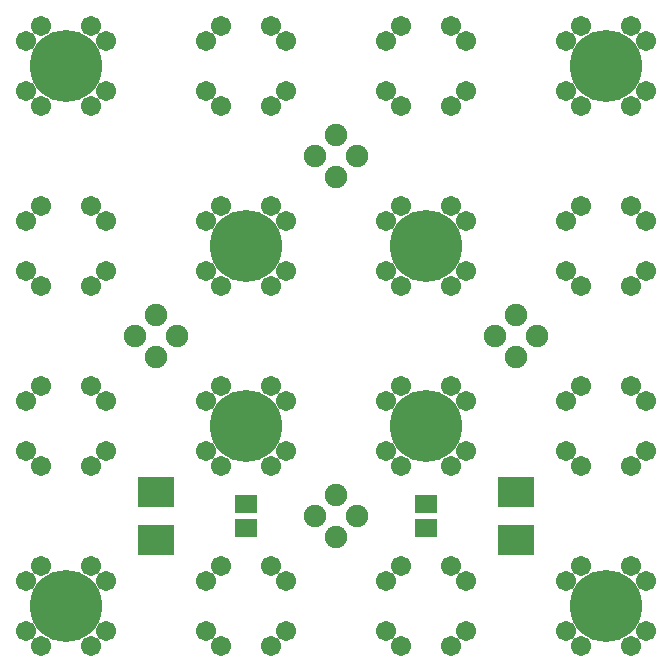
<source format=gbs>
G04 #@! TF.FileFunction,Soldermask,Bot*
%FSLAX46Y46*%
G04 Gerber Fmt 4.6, Leading zero omitted, Abs format (unit mm)*
G04 Created by KiCad (PCBNEW 4.0.5-e0-6337~49~ubuntu16.04.1) date Sat Dec 31 22:06:36 2016*
%MOMM*%
%LPD*%
G01*
G04 APERTURE LIST*
%ADD10C,0.254000*%
%ADD11R,1.930400X1.574800*%
%ADD12C,6.108000*%
%ADD13R,3.008000X2.508000*%
%ADD14C,1.708000*%
%ADD15C,1.905000*%
G04 APERTURE END LIST*
D10*
D11*
X38100000Y16256000D03*
X38100000Y14224000D03*
X22860000Y16256000D03*
X22860000Y14224000D03*
D12*
X53340000Y7620000D03*
X53340000Y53340000D03*
X38100000Y22860000D03*
X22860000Y22860000D03*
X7620000Y53340000D03*
X7620000Y7620000D03*
X22860000Y38100000D03*
X38100000Y38100000D03*
D13*
X15240000Y13240000D03*
X15240000Y17240000D03*
X45720000Y13240000D03*
X45720000Y17240000D03*
D14*
X20747056Y49954264D03*
X19474264Y51227056D03*
X56725736Y35987056D03*
X55452944Y34714264D03*
X55452944Y41485736D03*
X56725736Y40212944D03*
X49954264Y40212944D03*
X51227056Y41485736D03*
X51227056Y34714264D03*
X49954264Y35987056D03*
X34714264Y40212944D03*
X35987056Y41485736D03*
X20747056Y19474264D03*
X19474264Y20747056D03*
X11005736Y35987056D03*
X9732944Y34714264D03*
X9732944Y41485736D03*
X11005736Y40212944D03*
X4234264Y40212944D03*
X5507056Y41485736D03*
X5507056Y34714264D03*
X4234264Y35987056D03*
X56725736Y20747056D03*
X55452944Y19474264D03*
X55452944Y26245736D03*
X56725736Y24972944D03*
X56725736Y51227056D03*
X55452944Y49954264D03*
X55452944Y56725736D03*
X56725736Y55452944D03*
X49954264Y55452944D03*
X51227056Y56725736D03*
X51227056Y49954264D03*
X49954264Y51227056D03*
X49954264Y24972944D03*
X51227056Y26245736D03*
X51227056Y19474264D03*
X49954264Y20747056D03*
X49954264Y9732944D03*
X51227056Y11005736D03*
X40212944Y11005736D03*
X41485736Y9732944D03*
X41485736Y20747056D03*
X40212944Y19474264D03*
X40212944Y26245736D03*
X41485736Y24972944D03*
X41485736Y35987056D03*
X40212944Y34714264D03*
X41485736Y51227056D03*
X40212944Y49954264D03*
X40212944Y56725736D03*
X41485736Y55452944D03*
X34714264Y55452944D03*
X35987056Y56725736D03*
X35987056Y49954264D03*
X34714264Y51227056D03*
X35987056Y34714264D03*
X34714264Y35987056D03*
X34714264Y24972944D03*
X35987056Y26245736D03*
X35987056Y19474264D03*
X34714264Y20747056D03*
X34714264Y9732944D03*
X35987056Y11005736D03*
X24972944Y11005736D03*
X26245736Y9732944D03*
X26245736Y20747056D03*
X24972944Y19474264D03*
X24972944Y26245736D03*
X26245736Y24972944D03*
X26245736Y35987056D03*
X24972944Y34714264D03*
X24972944Y41485736D03*
X26245736Y40212944D03*
X26245736Y51227056D03*
X24972944Y49954264D03*
X24972944Y56725736D03*
X26245736Y55452944D03*
X19474264Y55452944D03*
X20747056Y56725736D03*
X19474264Y40212944D03*
X20747056Y41485736D03*
X20747056Y34714264D03*
X19474264Y35987056D03*
X19474264Y24972944D03*
X20747056Y26245736D03*
X19474264Y9732944D03*
X20747056Y11005736D03*
X9732944Y11005736D03*
X11005736Y9732944D03*
X11005736Y20747056D03*
X9732944Y19474264D03*
X9732944Y26245736D03*
X11005736Y24972944D03*
X11005736Y51227056D03*
X9732944Y49954264D03*
X9732944Y56725736D03*
X11005736Y55452944D03*
X4234264Y55452944D03*
X5507056Y56725736D03*
X5507056Y49954264D03*
X4234264Y51227056D03*
X5507056Y19474264D03*
X4234264Y20747056D03*
X4234264Y9732944D03*
X5507056Y11005736D03*
X4234264Y24972944D03*
X5507056Y26245736D03*
X5507056Y4234264D03*
X4234264Y5507056D03*
X11005736Y5507056D03*
X9732944Y4234264D03*
X20747056Y4234264D03*
X19474264Y5507056D03*
X26245736Y5507056D03*
X24972944Y4234264D03*
X35987056Y4234264D03*
X34714264Y5507056D03*
X41485736Y5507056D03*
X40212944Y4234264D03*
X51227056Y4234264D03*
X49954264Y5507056D03*
X56725736Y5507056D03*
X55452944Y4234264D03*
X40212944Y41485736D03*
X41485736Y40212944D03*
X55452944Y11005736D03*
X56725736Y9732944D03*
D15*
X47516051Y30480000D03*
X45720000Y28683949D03*
X43923949Y30480000D03*
X45720000Y32276051D03*
X30480000Y17036051D03*
X32276051Y15240000D03*
X30480000Y13443949D03*
X28683949Y15240000D03*
X28683949Y45720000D03*
X30480000Y47516051D03*
X32276051Y45720000D03*
X30480000Y43923949D03*
X15240000Y28683949D03*
X13443949Y30480000D03*
X15240000Y32276051D03*
X17036051Y30480000D03*
M02*

</source>
